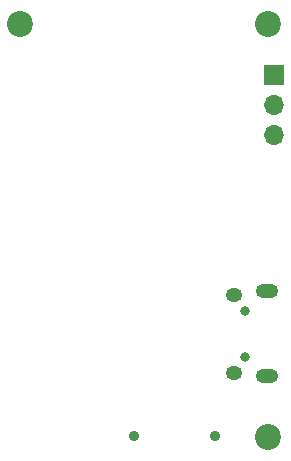
<source format=gbs>
%TF.GenerationSoftware,KiCad,Pcbnew,(6.0.1)*%
%TF.CreationDate,2022-03-11T00:25:21+11:00*%
%TF.ProjectId,WiFiTracingTag,57694669-5472-4616-9369-6e675461672e,rev?*%
%TF.SameCoordinates,PX66ff300PY791ddc0*%
%TF.FileFunction,Soldermask,Bot*%
%TF.FilePolarity,Negative*%
%FSLAX46Y46*%
G04 Gerber Fmt 4.6, Leading zero omitted, Abs format (unit mm)*
G04 Created by KiCad (PCBNEW (6.0.1)) date 2022-03-11 00:25:21*
%MOMM*%
%LPD*%
G01*
G04 APERTURE LIST*
%ADD10C,0.800000*%
%ADD11O,1.900000X1.250000*%
%ADD12O,1.400000X1.250000*%
%ADD13C,0.900000*%
%ADD14R,1.700000X1.700000*%
%ADD15O,1.700000X1.700000*%
%ADD16C,2.200000*%
G04 APERTURE END LIST*
D10*
%TO.C,J2*%
X21517500Y13175000D03*
X21517500Y9275000D03*
D11*
X23417500Y14825000D03*
D12*
X20617500Y14525000D03*
X20617500Y7925000D03*
D11*
X23417500Y7625000D03*
%TD*%
D13*
%TO.C,SW1*%
X19000000Y2600000D03*
X12200000Y2600000D03*
%TD*%
D14*
%TO.C,J1*%
X24000000Y33125000D03*
D15*
X24000000Y30585000D03*
X24000000Y28045000D03*
%TD*%
D16*
%TO.C,REF\u002A\u002A*%
X23500000Y37500000D03*
%TD*%
%TO.C,REF\u002A\u002A*%
X23500000Y2500000D03*
%TD*%
%TO.C,REF\u002A\u002A*%
X2500000Y37500000D03*
%TD*%
M02*

</source>
